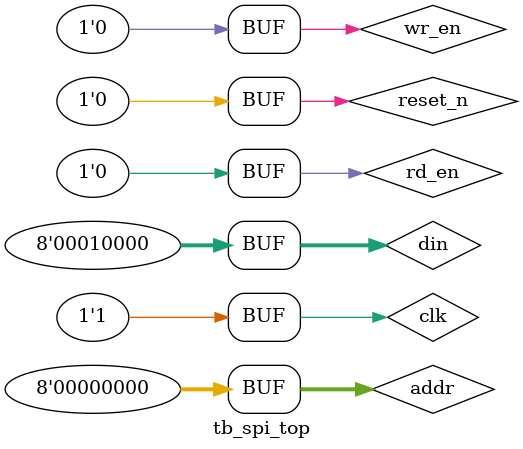
<source format=v>
`timescale 1ns / 1ps


module tb_spi_top(

    );
    
    parameter PERIOD = 10;
    
    reg clk, reset_n;
    reg [7:0] addr, din;
    wire [7:0] dout;
    reg wr_en, rd_en;
    
    wire sclk, mosi;
    reg miso;
    wire [0:0] ss_n;
    
    always begin
       clk = 1'b0;
       #(PERIOD/2) clk = 1'b1;
       #(PERIOD/2);
    end
    
    spi_top #(
        .ADDR_LSB(0),
        .OPT_MEM_ADDR_BITS(1),
        .BASE_ADDR(8'h80)
        ) uut (
        .clk(clk),
        .reset_n(reset_n),
        
        // CPU Interface
        .addr(addr), 
        .din(din),
        .dout(dout),
        .wr_en(wr_en),
        .rd_en(rd_en),
        
        // SPI Interface
        .sclk(sclk),
        .mosi(mosi),
        .miso(miso),
        .ss_n(ss_n)
        );
    
    initial begin
        reset_n <= 1'b1;
        addr <= 8'h00;
        din <= 8'h00;
        wr_en <= 1'b0;
        rd_en <= 1'b0;
        #PERIOD;
        reset_n <= 1'b0;
        #PERIOD;
        addr <= 8'h02;
        din <= 8'hA1;
        wr_en <= 1'b1;
        #PERIOD;
        wr_en <= 1'b0;
        #PERIOD;
        addr <= 8'h00;
        din <= 8'h10;
        wr_en <= 1'b1;
        #PERIOD;
        wr_en <= 1'b0;
        #(PERIOD * 5);
        addr <= 8'h00;
        rd_en <= 1'b1;
        #PERIOD;
        rd_en <= 1'b0;
        #(PERIOD * 30);
    end
endmodule

</source>
